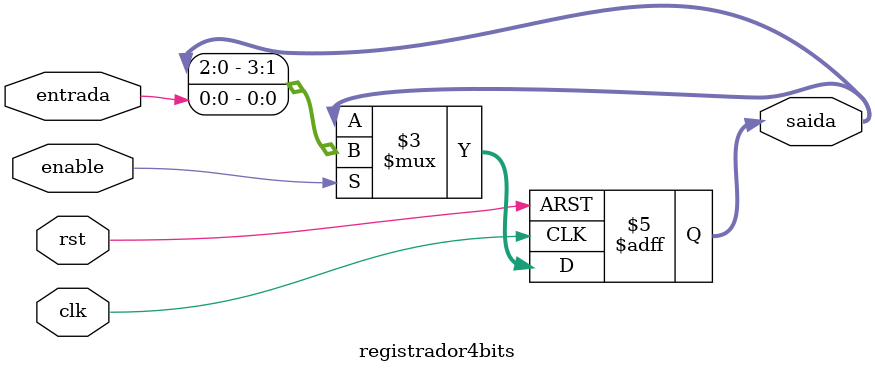
<source format=sv>
module registrador4bits(
	input clk,
	input rst,
  	input enable,
	input entrada,
  	output reg [3:0] saida);
  
  always @(posedge clk, negedge rst)
    begin
      if(!rst)
        saida <= 0;
      else if(enable)
        saida <= {saida [2:0],entrada};
    end 
endmodule
  
  
</source>
